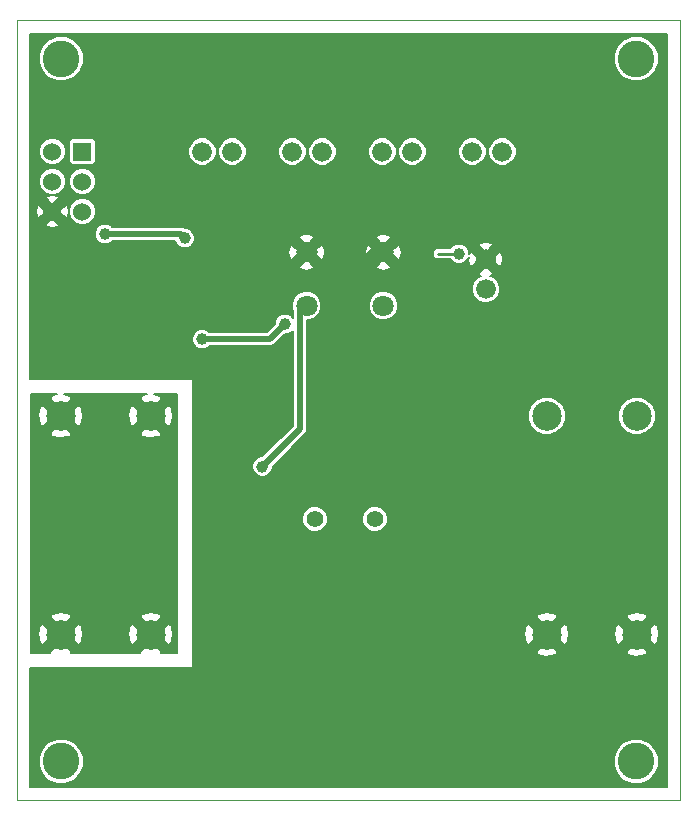
<source format=gbr>
%FSLAX46Y46*%
G04 Gerber Fmt 4.6, Leading zero omitted, Abs format (unit mm)*
G04 Created by KiCad (PCBNEW (2014-09-18 BZR 5141)-product) date Mon 13 Oct 2014 02:33:10 PM EEST*
%MOMM*%
G01*
G04 APERTURE LIST*
%ADD10C,0.150000*%
%ADD11C,0.100000*%
%ADD12C,2.500000*%
%ADD13C,1.800000*%
%ADD14C,3.100000*%
%ADD15R,1.524000X1.524000*%
%ADD16C,1.524000*%
%ADD17C,1.676400*%
%ADD18C,1.422400*%
%ADD19C,1.000000*%
%ADD20C,0.254000*%
%ADD21C,0.508000*%
%ADD22C,0.203200*%
G04 APERTURE END LIST*
D10*
D11*
X89090000Y-67000000D02*
X89090000Y-133000000D01*
X145225000Y-67000000D02*
X89090000Y-67000000D01*
X145225000Y-133000000D02*
X145225000Y-67000000D01*
X89090000Y-133000000D02*
X145225000Y-133000000D01*
D12*
X133922500Y-100500000D03*
X141542500Y-100500000D03*
X92772500Y-100500000D03*
X100392500Y-100500000D03*
D13*
X113590000Y-91150000D03*
X113590000Y-86650000D03*
X120090000Y-91150000D03*
X120090000Y-86650000D03*
D14*
X92800000Y-129750000D03*
X141500000Y-129750000D03*
X92800000Y-70250000D03*
X141500000Y-70250000D03*
D15*
X94615000Y-78105000D03*
D16*
X92075000Y-78105000D03*
X94615000Y-80645000D03*
X92075000Y-80645000D03*
X94615000Y-83185000D03*
X92075000Y-83185000D03*
D17*
X128750000Y-89770000D03*
X128750000Y-87230000D03*
X107315000Y-78105000D03*
X104775000Y-78105000D03*
X114935000Y-78105000D03*
X112395000Y-78105000D03*
X122555000Y-78105000D03*
X120015000Y-78105000D03*
X130175000Y-78105000D03*
X127635000Y-78105000D03*
D18*
X114300000Y-109220000D03*
X119380000Y-109220000D03*
D12*
X100392500Y-119000000D03*
X92772500Y-119000000D03*
X141542500Y-119000000D03*
X133922500Y-119000000D03*
D19*
X126500000Y-86750000D03*
X96520000Y-85090000D03*
X103290422Y-85459578D03*
X111760000Y-92710000D03*
X104750000Y-94000000D03*
X109855000Y-104775000D03*
X134500000Y-89000000D03*
X136000000Y-89000000D03*
X137500000Y-89000000D03*
X139000000Y-89000000D03*
X111250000Y-86750000D03*
X108000000Y-99250000D03*
X108000000Y-97750000D03*
X114750000Y-117500000D03*
X113250000Y-117500000D03*
X120250000Y-117500000D03*
X118500000Y-117500000D03*
X120000000Y-107500000D03*
X120750000Y-106000000D03*
X120750000Y-104250000D03*
X91250000Y-85250000D03*
X92500000Y-86000000D03*
X94250000Y-86500000D03*
X109220000Y-91948000D03*
X119380000Y-94615000D03*
D20*
X124750000Y-86750000D02*
X126500000Y-86750000D01*
D21*
X96520000Y-85090000D02*
X102920844Y-85090000D01*
X102920844Y-85090000D02*
X103290422Y-85459578D01*
X113030000Y-101600000D02*
X113030000Y-91440000D01*
X109855000Y-104775000D02*
X113030000Y-101600000D01*
X110470000Y-94000000D02*
X105457106Y-94000000D01*
X111760000Y-92710000D02*
X110470000Y-94000000D01*
X105457106Y-94000000D02*
X104750000Y-94000000D01*
D20*
X136000000Y-89000000D02*
X134500000Y-89000000D01*
X139000000Y-89000000D02*
X137500000Y-89000000D01*
X108000000Y-97750000D02*
X108000000Y-99250000D01*
X113250000Y-117500000D02*
X114750000Y-117500000D01*
X118500000Y-117500000D02*
X120250000Y-117500000D01*
X120750000Y-104250000D02*
X120750000Y-106000000D01*
X92075000Y-83185000D02*
X92065000Y-83185000D01*
X92065000Y-83185000D02*
X91000000Y-84250000D01*
X91000000Y-84250000D02*
X91000000Y-85000000D01*
X91000000Y-85000000D02*
X91250000Y-85250000D01*
X92500000Y-86000000D02*
X93000000Y-86500000D01*
X93000000Y-86500000D02*
X94250000Y-86500000D01*
D21*
X120650000Y-86360000D02*
X119380000Y-86360000D01*
X118110000Y-93345000D02*
X119380000Y-94615000D01*
X118110000Y-87630000D02*
X118110000Y-93345000D01*
X119380000Y-86360000D02*
X118110000Y-87630000D01*
D22*
G36*
X144123400Y-131898400D02*
X143437990Y-131898400D01*
X143437990Y-119045346D01*
X143405930Y-118861263D01*
X143405930Y-69872616D01*
X143116431Y-69171974D01*
X142580845Y-68635453D01*
X141880710Y-68344731D01*
X141122616Y-68344070D01*
X140421974Y-68633569D01*
X139885453Y-69169155D01*
X139594731Y-69869290D01*
X139594070Y-70627384D01*
X139883569Y-71328026D01*
X140419155Y-71864547D01*
X141119290Y-72155269D01*
X141877384Y-72155930D01*
X142578026Y-71866431D01*
X143114547Y-71330845D01*
X143405269Y-70630710D01*
X143405930Y-69872616D01*
X143405930Y-118861263D01*
X143311057Y-118316522D01*
X143276351Y-118232733D01*
X143148379Y-118155824D01*
X143148379Y-100182027D01*
X142904455Y-99591689D01*
X142453187Y-99139632D01*
X141863275Y-98894679D01*
X141224527Y-98894121D01*
X140634189Y-99138045D01*
X140182132Y-99589313D01*
X139937179Y-100179225D01*
X139936621Y-100817973D01*
X140180545Y-101408311D01*
X140631813Y-101860368D01*
X141221725Y-102105321D01*
X141860473Y-102105879D01*
X142450811Y-101861955D01*
X142902868Y-101410687D01*
X143147821Y-100820775D01*
X143148379Y-100182027D01*
X143148379Y-118155824D01*
X143024530Y-118081393D01*
X142461107Y-118644816D01*
X142461107Y-117517970D01*
X142309767Y-117266149D01*
X141587846Y-117104510D01*
X140859022Y-117231443D01*
X140775233Y-117266149D01*
X140623893Y-117517970D01*
X141542500Y-118436577D01*
X142461107Y-117517970D01*
X142461107Y-118644816D01*
X142105923Y-119000000D01*
X143024530Y-119918607D01*
X143276351Y-119767267D01*
X143437990Y-119045346D01*
X143437990Y-131898400D01*
X143405930Y-131898400D01*
X143405930Y-129372616D01*
X143116431Y-128671974D01*
X142580845Y-128135453D01*
X142461107Y-128085733D01*
X142461107Y-120482030D01*
X141542500Y-119563423D01*
X140979077Y-120126846D01*
X140979077Y-119000000D01*
X140060470Y-118081393D01*
X139808649Y-118232733D01*
X139647010Y-118954654D01*
X139773943Y-119683478D01*
X139808649Y-119767267D01*
X140060470Y-119918607D01*
X140979077Y-119000000D01*
X140979077Y-120126846D01*
X140623893Y-120482030D01*
X140775233Y-120733851D01*
X141497154Y-120895490D01*
X142225978Y-120768557D01*
X142309767Y-120733851D01*
X142461107Y-120482030D01*
X142461107Y-128085733D01*
X141880710Y-127844731D01*
X141122616Y-127844070D01*
X140421974Y-128133569D01*
X139885453Y-128669155D01*
X139594731Y-129369290D01*
X139594070Y-130127384D01*
X139883569Y-130828026D01*
X140419155Y-131364547D01*
X141119290Y-131655269D01*
X141877384Y-131655930D01*
X142578026Y-131366431D01*
X143114547Y-130830845D01*
X143405269Y-130130710D01*
X143405930Y-129372616D01*
X143405930Y-131898400D01*
X135817990Y-131898400D01*
X135817990Y-119045346D01*
X135691057Y-118316522D01*
X135656351Y-118232733D01*
X135528379Y-118155824D01*
X135528379Y-100182027D01*
X135284455Y-99591689D01*
X134833187Y-99139632D01*
X134243275Y-98894679D01*
X133604527Y-98894121D01*
X133014189Y-99138045D01*
X132562132Y-99589313D01*
X132317179Y-100179225D01*
X132316621Y-100817973D01*
X132560545Y-101408311D01*
X133011813Y-101860368D01*
X133601725Y-102105321D01*
X134240473Y-102105879D01*
X134830811Y-101861955D01*
X135282868Y-101410687D01*
X135527821Y-100820775D01*
X135528379Y-100182027D01*
X135528379Y-118155824D01*
X135404530Y-118081393D01*
X134841107Y-118644816D01*
X134841107Y-117517970D01*
X134689767Y-117266149D01*
X133967846Y-117104510D01*
X133239022Y-117231443D01*
X133155233Y-117266149D01*
X133003893Y-117517970D01*
X133922500Y-118436577D01*
X134841107Y-117517970D01*
X134841107Y-118644816D01*
X134485923Y-119000000D01*
X135404530Y-119918607D01*
X135656351Y-119767267D01*
X135817990Y-119045346D01*
X135817990Y-131898400D01*
X134841107Y-131898400D01*
X134841107Y-120482030D01*
X133922500Y-119563423D01*
X133359077Y-120126846D01*
X133359077Y-119000000D01*
X132440470Y-118081393D01*
X132188649Y-118232733D01*
X132027010Y-118954654D01*
X132153943Y-119683478D01*
X132188649Y-119767267D01*
X132440470Y-119918607D01*
X133359077Y-119000000D01*
X133359077Y-120126846D01*
X133003893Y-120482030D01*
X133155233Y-120733851D01*
X133877154Y-120895490D01*
X134605978Y-120768557D01*
X134689767Y-120733851D01*
X134841107Y-120482030D01*
X134841107Y-131898400D01*
X131369007Y-131898400D01*
X131369007Y-77868580D01*
X131187645Y-77429650D01*
X130852116Y-77093536D01*
X130413503Y-76911408D01*
X129938580Y-76910993D01*
X129499650Y-77092355D01*
X129163536Y-77427884D01*
X128981408Y-77866497D01*
X128980993Y-78341420D01*
X129162355Y-78780350D01*
X129497884Y-79116464D01*
X129936497Y-79298592D01*
X130411420Y-79299007D01*
X130850350Y-79117645D01*
X131186464Y-78782116D01*
X131368592Y-78343503D01*
X131369007Y-77868580D01*
X131369007Y-131898400D01*
X130225117Y-131898400D01*
X130225117Y-87174424D01*
X130134099Y-86716843D01*
X129924356Y-86619067D01*
X129360933Y-87182490D01*
X129360933Y-86055644D01*
X129263157Y-85845901D01*
X128829007Y-85776421D01*
X128829007Y-77868580D01*
X128647645Y-77429650D01*
X128312116Y-77093536D01*
X127873503Y-76911408D01*
X127398580Y-76910993D01*
X126959650Y-77092355D01*
X126623536Y-77427884D01*
X126441408Y-77866497D01*
X126440993Y-78341420D01*
X126622355Y-78780350D01*
X126957884Y-79116464D01*
X127396497Y-79298592D01*
X127871420Y-79299007D01*
X128310350Y-79117645D01*
X128646464Y-78782116D01*
X128828592Y-78343503D01*
X128829007Y-77868580D01*
X128829007Y-85776421D01*
X128694424Y-85754883D01*
X128236843Y-85845901D01*
X128139067Y-86055644D01*
X128750000Y-86666577D01*
X129360933Y-86055644D01*
X129360933Y-87182490D01*
X129313423Y-87230000D01*
X129924356Y-87840933D01*
X130134099Y-87743157D01*
X130225117Y-87174424D01*
X130225117Y-131898400D01*
X129944007Y-131898400D01*
X129944007Y-89533580D01*
X129762645Y-89094650D01*
X129427116Y-88758536D01*
X129138829Y-88638829D01*
X129263157Y-88614099D01*
X129360933Y-88404356D01*
X128750000Y-87793423D01*
X128186577Y-88356846D01*
X128186577Y-87230000D01*
X127575644Y-86619067D01*
X127365901Y-86716843D01*
X127355572Y-86781379D01*
X127355748Y-86580557D01*
X127225765Y-86265975D01*
X126985291Y-86025081D01*
X126670936Y-85894549D01*
X126330557Y-85894252D01*
X126015975Y-86024235D01*
X125775081Y-86264709D01*
X125773963Y-86267400D01*
X124750000Y-86267400D01*
X124565317Y-86304136D01*
X124408750Y-86408750D01*
X124304136Y-86565317D01*
X124267400Y-86750000D01*
X124304136Y-86934683D01*
X124408750Y-87091250D01*
X124565317Y-87195864D01*
X124750000Y-87232600D01*
X125773646Y-87232600D01*
X125774235Y-87234025D01*
X126014709Y-87474919D01*
X126329064Y-87605451D01*
X126669443Y-87605748D01*
X126984025Y-87475765D01*
X127224919Y-87235291D01*
X127319309Y-87007974D01*
X127274883Y-87285576D01*
X127365901Y-87743157D01*
X127575644Y-87840933D01*
X128186577Y-87230000D01*
X128186577Y-88356846D01*
X128139067Y-88404356D01*
X128236843Y-88614099D01*
X128369843Y-88635383D01*
X128074650Y-88757355D01*
X127738536Y-89092884D01*
X127556408Y-89531497D01*
X127555993Y-90006420D01*
X127737355Y-90445350D01*
X128072884Y-90781464D01*
X128511497Y-90963592D01*
X128986420Y-90964007D01*
X129425350Y-90782645D01*
X129761464Y-90447116D01*
X129943592Y-90008503D01*
X129944007Y-89533580D01*
X129944007Y-131898400D01*
X123749007Y-131898400D01*
X123749007Y-77868580D01*
X123567645Y-77429650D01*
X123232116Y-77093536D01*
X122793503Y-76911408D01*
X122318580Y-76910993D01*
X121879650Y-77092355D01*
X121543536Y-77427884D01*
X121361408Y-77866497D01*
X121360993Y-78341420D01*
X121542355Y-78780350D01*
X121877884Y-79116464D01*
X122316497Y-79298592D01*
X122791420Y-79299007D01*
X123230350Y-79117645D01*
X123566464Y-78782116D01*
X123748592Y-78343503D01*
X123749007Y-77868580D01*
X123749007Y-131898400D01*
X121628647Y-131898400D01*
X121628647Y-86609676D01*
X121526956Y-86098440D01*
X121310973Y-85992450D01*
X121209007Y-86094416D01*
X121209007Y-77868580D01*
X121027645Y-77429650D01*
X120692116Y-77093536D01*
X120253503Y-76911408D01*
X119778580Y-76910993D01*
X119339650Y-77092355D01*
X119003536Y-77427884D01*
X118821408Y-77866497D01*
X118820993Y-78341420D01*
X119002355Y-78780350D01*
X119337884Y-79116464D01*
X119776497Y-79298592D01*
X120251420Y-79299007D01*
X120690350Y-79117645D01*
X121026464Y-78782116D01*
X121208592Y-78343503D01*
X121209007Y-77868580D01*
X121209007Y-86094416D01*
X120747550Y-86555873D01*
X120747550Y-85429027D01*
X120641560Y-85213044D01*
X120049676Y-85111353D01*
X119538440Y-85213044D01*
X119432450Y-85429027D01*
X120090000Y-86086577D01*
X120747550Y-85429027D01*
X120747550Y-86555873D01*
X120653423Y-86650000D01*
X121310973Y-87307550D01*
X121526956Y-87201560D01*
X121628647Y-86609676D01*
X121628647Y-131898400D01*
X121345818Y-131898400D01*
X121345818Y-90901341D01*
X121155067Y-90439689D01*
X120802169Y-90086175D01*
X120747550Y-90063495D01*
X120747550Y-87870973D01*
X120090000Y-87213423D01*
X119526577Y-87776846D01*
X119526577Y-86650000D01*
X118869027Y-85992450D01*
X118653044Y-86098440D01*
X118551353Y-86690324D01*
X118653044Y-87201560D01*
X118869027Y-87307550D01*
X119526577Y-86650000D01*
X119526577Y-87776846D01*
X119432450Y-87870973D01*
X119538440Y-88086956D01*
X120130324Y-88188647D01*
X120641560Y-88086956D01*
X120747550Y-87870973D01*
X120747550Y-90063495D01*
X120340850Y-89894618D01*
X119841341Y-89894182D01*
X119379689Y-90084933D01*
X119026175Y-90437831D01*
X118834618Y-90899150D01*
X118834182Y-91398659D01*
X119024933Y-91860311D01*
X119377831Y-92213825D01*
X119839150Y-92405382D01*
X120338659Y-92405818D01*
X120800311Y-92215067D01*
X121153825Y-91862169D01*
X121345382Y-91400850D01*
X121345818Y-90901341D01*
X121345818Y-131898400D01*
X120446985Y-131898400D01*
X120446985Y-109008731D01*
X120284916Y-108616496D01*
X119985083Y-108316138D01*
X119593131Y-108153385D01*
X119168731Y-108153015D01*
X118776496Y-108315084D01*
X118476138Y-108614917D01*
X118313385Y-109006869D01*
X118313015Y-109431269D01*
X118475084Y-109823504D01*
X118774917Y-110123862D01*
X119166869Y-110286615D01*
X119591269Y-110286985D01*
X119983504Y-110124916D01*
X120283862Y-109825083D01*
X120446615Y-109433131D01*
X120446985Y-109008731D01*
X120446985Y-131898400D01*
X116129007Y-131898400D01*
X116129007Y-77868580D01*
X115947645Y-77429650D01*
X115612116Y-77093536D01*
X115173503Y-76911408D01*
X114698580Y-76910993D01*
X114259650Y-77092355D01*
X113923536Y-77427884D01*
X113741408Y-77866497D01*
X113740993Y-78341420D01*
X113922355Y-78780350D01*
X114257884Y-79116464D01*
X114696497Y-79298592D01*
X115171420Y-79299007D01*
X115610350Y-79117645D01*
X115946464Y-78782116D01*
X116128592Y-78343503D01*
X116129007Y-77868580D01*
X116129007Y-131898400D01*
X115366985Y-131898400D01*
X115366985Y-109008731D01*
X115204916Y-108616496D01*
X115128647Y-108540093D01*
X115128647Y-86609676D01*
X115026956Y-86098440D01*
X114810973Y-85992450D01*
X114247550Y-86555873D01*
X114247550Y-85429027D01*
X114141560Y-85213044D01*
X113589007Y-85118110D01*
X113589007Y-77868580D01*
X113407645Y-77429650D01*
X113072116Y-77093536D01*
X112633503Y-76911408D01*
X112158580Y-76910993D01*
X111719650Y-77092355D01*
X111383536Y-77427884D01*
X111201408Y-77866497D01*
X111200993Y-78341420D01*
X111382355Y-78780350D01*
X111717884Y-79116464D01*
X112156497Y-79298592D01*
X112631420Y-79299007D01*
X113070350Y-79117645D01*
X113406464Y-78782116D01*
X113588592Y-78343503D01*
X113589007Y-77868580D01*
X113589007Y-85118110D01*
X113549676Y-85111353D01*
X113038440Y-85213044D01*
X112932450Y-85429027D01*
X113590000Y-86086577D01*
X114247550Y-85429027D01*
X114247550Y-86555873D01*
X114153423Y-86650000D01*
X114810973Y-87307550D01*
X115026956Y-87201560D01*
X115128647Y-86609676D01*
X115128647Y-108540093D01*
X114905083Y-108316138D01*
X114845818Y-108291528D01*
X114845818Y-90901341D01*
X114655067Y-90439689D01*
X114302169Y-90086175D01*
X114247550Y-90063495D01*
X114247550Y-87870973D01*
X113590000Y-87213423D01*
X113026577Y-87776846D01*
X113026577Y-86650000D01*
X112369027Y-85992450D01*
X112153044Y-86098440D01*
X112051353Y-86690324D01*
X112153044Y-87201560D01*
X112369027Y-87307550D01*
X113026577Y-86650000D01*
X113026577Y-87776846D01*
X112932450Y-87870973D01*
X113038440Y-88086956D01*
X113630324Y-88188647D01*
X114141560Y-88086956D01*
X114247550Y-87870973D01*
X114247550Y-90063495D01*
X113840850Y-89894618D01*
X113341341Y-89894182D01*
X112879689Y-90084933D01*
X112526175Y-90437831D01*
X112334618Y-90899150D01*
X112334182Y-91398659D01*
X112420400Y-91607322D01*
X112420400Y-92160495D01*
X112245291Y-91985081D01*
X111930936Y-91854549D01*
X111590557Y-91854252D01*
X111275975Y-91984235D01*
X111035081Y-92224709D01*
X110904549Y-92539064D01*
X110904405Y-92703489D01*
X110217495Y-93390400D01*
X108509007Y-93390400D01*
X108509007Y-77868580D01*
X108327645Y-77429650D01*
X107992116Y-77093536D01*
X107553503Y-76911408D01*
X107078580Y-76910993D01*
X106639650Y-77092355D01*
X106303536Y-77427884D01*
X106121408Y-77866497D01*
X106120993Y-78341420D01*
X106302355Y-78780350D01*
X106637884Y-79116464D01*
X107076497Y-79298592D01*
X107551420Y-79299007D01*
X107990350Y-79117645D01*
X108326464Y-78782116D01*
X108508592Y-78343503D01*
X108509007Y-77868580D01*
X108509007Y-93390400D01*
X105969007Y-93390400D01*
X105969007Y-77868580D01*
X105787645Y-77429650D01*
X105452116Y-77093536D01*
X105013503Y-76911408D01*
X104538580Y-76910993D01*
X104099650Y-77092355D01*
X103763536Y-77427884D01*
X103581408Y-77866497D01*
X103580993Y-78341420D01*
X103762355Y-78780350D01*
X104097884Y-79116464D01*
X104536497Y-79298592D01*
X105011420Y-79299007D01*
X105450350Y-79117645D01*
X105786464Y-78782116D01*
X105968592Y-78343503D01*
X105969007Y-77868580D01*
X105969007Y-93390400D01*
X105457106Y-93390400D01*
X105350408Y-93390400D01*
X105235291Y-93275081D01*
X104920936Y-93144549D01*
X104580557Y-93144252D01*
X104265975Y-93274235D01*
X104146170Y-93393831D01*
X104146170Y-85290135D01*
X104016187Y-84975553D01*
X103775713Y-84734659D01*
X103461358Y-84604127D01*
X103269600Y-84603959D01*
X103154128Y-84526803D01*
X102920844Y-84480400D01*
X97120408Y-84480400D01*
X97005291Y-84365081D01*
X96690936Y-84234549D01*
X96350557Y-84234252D01*
X96035975Y-84364235D01*
X95795081Y-84604709D01*
X95732793Y-84754714D01*
X95732793Y-82963671D01*
X95732793Y-80423671D01*
X95732600Y-80423203D01*
X95732600Y-78937733D01*
X95732600Y-78796267D01*
X95732600Y-77272267D01*
X95678463Y-77141569D01*
X95578431Y-77041537D01*
X95447733Y-76987400D01*
X95306267Y-76987400D01*
X94705930Y-76987400D01*
X94705930Y-69872616D01*
X94416431Y-69171974D01*
X93880845Y-68635453D01*
X93180710Y-68344731D01*
X92422616Y-68344070D01*
X91721974Y-68633569D01*
X91185453Y-69169155D01*
X90894731Y-69869290D01*
X90894070Y-70627384D01*
X91183569Y-71328026D01*
X91719155Y-71864547D01*
X92419290Y-72155269D01*
X93177384Y-72155930D01*
X93878026Y-71866431D01*
X94414547Y-71330845D01*
X94705269Y-70630710D01*
X94705930Y-69872616D01*
X94705930Y-76987400D01*
X93782267Y-76987400D01*
X93651569Y-77041537D01*
X93551537Y-77141569D01*
X93497400Y-77272267D01*
X93497400Y-77413733D01*
X93497400Y-78937733D01*
X93551537Y-79068431D01*
X93651569Y-79168463D01*
X93782267Y-79222600D01*
X93923733Y-79222600D01*
X95447733Y-79222600D01*
X95578431Y-79168463D01*
X95678463Y-79068431D01*
X95732600Y-78937733D01*
X95732600Y-80423203D01*
X95563008Y-80012758D01*
X95248896Y-79698097D01*
X94838280Y-79527594D01*
X94393671Y-79527207D01*
X93982758Y-79696992D01*
X93668097Y-80011104D01*
X93497594Y-80421720D01*
X93497207Y-80866329D01*
X93666992Y-81277242D01*
X93981104Y-81591903D01*
X94391720Y-81762406D01*
X94836329Y-81762793D01*
X95247242Y-81593008D01*
X95561903Y-81278896D01*
X95732406Y-80868280D01*
X95732793Y-80423671D01*
X95732793Y-82963671D01*
X95563008Y-82552758D01*
X95248896Y-82238097D01*
X94838280Y-82067594D01*
X94393671Y-82067207D01*
X93982758Y-82236992D01*
X93668097Y-82551104D01*
X93497594Y-82961720D01*
X93497207Y-83406329D01*
X93666992Y-83817242D01*
X93981104Y-84131903D01*
X94391720Y-84302406D01*
X94836329Y-84302793D01*
X95247242Y-84133008D01*
X95561903Y-83818896D01*
X95732406Y-83408280D01*
X95732793Y-82963671D01*
X95732793Y-84754714D01*
X95664549Y-84919064D01*
X95664252Y-85259443D01*
X95794235Y-85574025D01*
X96034709Y-85814919D01*
X96349064Y-85945451D01*
X96689443Y-85945748D01*
X97004025Y-85815765D01*
X97120392Y-85699600D01*
X102463836Y-85699600D01*
X102564657Y-85943603D01*
X102805131Y-86184497D01*
X103119486Y-86315029D01*
X103459865Y-86315326D01*
X103774447Y-86185343D01*
X104015341Y-85944869D01*
X104145873Y-85630514D01*
X104146170Y-85290135D01*
X104146170Y-93393831D01*
X104025081Y-93514709D01*
X103894549Y-93829064D01*
X103894252Y-94169443D01*
X104024235Y-94484025D01*
X104264709Y-94724919D01*
X104579064Y-94855451D01*
X104919443Y-94855748D01*
X105234025Y-94725765D01*
X105350392Y-94609600D01*
X105457106Y-94609600D01*
X110470000Y-94609600D01*
X110703284Y-94563197D01*
X110901052Y-94431052D01*
X111766498Y-93565605D01*
X111929443Y-93565748D01*
X112244025Y-93435765D01*
X112420400Y-93259697D01*
X112420400Y-101347496D01*
X109848501Y-103919394D01*
X109685557Y-103919252D01*
X109370975Y-104049235D01*
X109130081Y-104289709D01*
X108999549Y-104604064D01*
X108999252Y-104944443D01*
X109129235Y-105259025D01*
X109369709Y-105499919D01*
X109684064Y-105630451D01*
X110024443Y-105630748D01*
X110339025Y-105500765D01*
X110579919Y-105260291D01*
X110710451Y-104945936D01*
X110710594Y-104781509D01*
X113461052Y-102031052D01*
X113593197Y-101833284D01*
X113639600Y-101600000D01*
X113639600Y-92405644D01*
X113838659Y-92405818D01*
X114300311Y-92215067D01*
X114653825Y-91862169D01*
X114845382Y-91400850D01*
X114845818Y-90901341D01*
X114845818Y-108291528D01*
X114513131Y-108153385D01*
X114088731Y-108153015D01*
X113696496Y-108315084D01*
X113396138Y-108614917D01*
X113233385Y-109006869D01*
X113233015Y-109431269D01*
X113395084Y-109823504D01*
X113694917Y-110123862D01*
X114086869Y-110286615D01*
X114511269Y-110286985D01*
X114903504Y-110124916D01*
X115203862Y-109825083D01*
X115366615Y-109433131D01*
X115366985Y-109008731D01*
X115366985Y-131898400D01*
X94705930Y-131898400D01*
X94705930Y-129372616D01*
X94416431Y-128671974D01*
X93880845Y-128135453D01*
X93180710Y-127844731D01*
X92422616Y-127844070D01*
X91721974Y-128133569D01*
X91185453Y-128669155D01*
X90894731Y-129369290D01*
X90894070Y-130127384D01*
X91183569Y-130828026D01*
X91719155Y-131364547D01*
X92419290Y-131655269D01*
X93177384Y-131655930D01*
X93878026Y-131366431D01*
X94414547Y-130830845D01*
X94705269Y-130130710D01*
X94705930Y-129372616D01*
X94705930Y-131898400D01*
X90191600Y-131898400D01*
X90191600Y-121866600D01*
X103971600Y-121866600D01*
X103971600Y-97323400D01*
X93472336Y-97323400D01*
X93472336Y-83128644D01*
X93387536Y-82702329D01*
X93192793Y-82619529D01*
X93192793Y-80423671D01*
X93192793Y-77883671D01*
X93023008Y-77472758D01*
X92708896Y-77158097D01*
X92298280Y-76987594D01*
X91853671Y-76987207D01*
X91442758Y-77156992D01*
X91128097Y-77471104D01*
X90957594Y-77881720D01*
X90957207Y-78326329D01*
X91126992Y-78737242D01*
X91441104Y-79051903D01*
X91851720Y-79222406D01*
X92296329Y-79222793D01*
X92707242Y-79053008D01*
X93021903Y-78738896D01*
X93192406Y-78328280D01*
X93192793Y-77883671D01*
X93192793Y-80423671D01*
X93023008Y-80012758D01*
X92708896Y-79698097D01*
X92298280Y-79527594D01*
X91853671Y-79527207D01*
X91442758Y-79696992D01*
X91128097Y-80011104D01*
X90957594Y-80421720D01*
X90957207Y-80866329D01*
X91126992Y-81277242D01*
X91441104Y-81591903D01*
X91851720Y-81762406D01*
X92296329Y-81762793D01*
X92707242Y-81593008D01*
X93021903Y-81278896D01*
X93192406Y-80868280D01*
X93192793Y-80423671D01*
X93192793Y-82619529D01*
X93183316Y-82615500D01*
X92644500Y-83154315D01*
X92644500Y-82076684D01*
X92557671Y-81872464D01*
X92018644Y-81787664D01*
X91592329Y-81872464D01*
X91505500Y-82076684D01*
X92075000Y-82646185D01*
X92644500Y-82076684D01*
X92644500Y-83154315D01*
X92613815Y-83185000D01*
X93183316Y-83754500D01*
X93387536Y-83667671D01*
X93472336Y-83128644D01*
X93472336Y-97323400D01*
X92644500Y-97323400D01*
X92644500Y-84293316D01*
X92075000Y-83723815D01*
X91536185Y-84262630D01*
X91536185Y-83185000D01*
X90966684Y-82615500D01*
X90762464Y-82702329D01*
X90677664Y-83241356D01*
X90762464Y-83667671D01*
X90966684Y-83754500D01*
X91536185Y-83185000D01*
X91536185Y-84262630D01*
X91505500Y-84293316D01*
X91592329Y-84497536D01*
X92131356Y-84582336D01*
X92557671Y-84497536D01*
X92644500Y-84293316D01*
X92644500Y-97323400D01*
X90191600Y-97323400D01*
X90191600Y-68126600D01*
X144123400Y-68126600D01*
X144123400Y-131898400D01*
X144123400Y-131898400D01*
G37*
X144123400Y-131898400D02*
X143437990Y-131898400D01*
X143437990Y-119045346D01*
X143405930Y-118861263D01*
X143405930Y-69872616D01*
X143116431Y-69171974D01*
X142580845Y-68635453D01*
X141880710Y-68344731D01*
X141122616Y-68344070D01*
X140421974Y-68633569D01*
X139885453Y-69169155D01*
X139594731Y-69869290D01*
X139594070Y-70627384D01*
X139883569Y-71328026D01*
X140419155Y-71864547D01*
X141119290Y-72155269D01*
X141877384Y-72155930D01*
X142578026Y-71866431D01*
X143114547Y-71330845D01*
X143405269Y-70630710D01*
X143405930Y-69872616D01*
X143405930Y-118861263D01*
X143311057Y-118316522D01*
X143276351Y-118232733D01*
X143148379Y-118155824D01*
X143148379Y-100182027D01*
X142904455Y-99591689D01*
X142453187Y-99139632D01*
X141863275Y-98894679D01*
X141224527Y-98894121D01*
X140634189Y-99138045D01*
X140182132Y-99589313D01*
X139937179Y-100179225D01*
X139936621Y-100817973D01*
X140180545Y-101408311D01*
X140631813Y-101860368D01*
X141221725Y-102105321D01*
X141860473Y-102105879D01*
X142450811Y-101861955D01*
X142902868Y-101410687D01*
X143147821Y-100820775D01*
X143148379Y-100182027D01*
X143148379Y-118155824D01*
X143024530Y-118081393D01*
X142461107Y-118644816D01*
X142461107Y-117517970D01*
X142309767Y-117266149D01*
X141587846Y-117104510D01*
X140859022Y-117231443D01*
X140775233Y-117266149D01*
X140623893Y-117517970D01*
X141542500Y-118436577D01*
X142461107Y-117517970D01*
X142461107Y-118644816D01*
X142105923Y-119000000D01*
X143024530Y-119918607D01*
X143276351Y-119767267D01*
X143437990Y-119045346D01*
X143437990Y-131898400D01*
X143405930Y-131898400D01*
X143405930Y-129372616D01*
X143116431Y-128671974D01*
X142580845Y-128135453D01*
X142461107Y-128085733D01*
X142461107Y-120482030D01*
X141542500Y-119563423D01*
X140979077Y-120126846D01*
X140979077Y-119000000D01*
X140060470Y-118081393D01*
X139808649Y-118232733D01*
X139647010Y-118954654D01*
X139773943Y-119683478D01*
X139808649Y-119767267D01*
X140060470Y-119918607D01*
X140979077Y-119000000D01*
X140979077Y-120126846D01*
X140623893Y-120482030D01*
X140775233Y-120733851D01*
X141497154Y-120895490D01*
X142225978Y-120768557D01*
X142309767Y-120733851D01*
X142461107Y-120482030D01*
X142461107Y-128085733D01*
X141880710Y-127844731D01*
X141122616Y-127844070D01*
X140421974Y-128133569D01*
X139885453Y-128669155D01*
X139594731Y-129369290D01*
X139594070Y-130127384D01*
X139883569Y-130828026D01*
X140419155Y-131364547D01*
X141119290Y-131655269D01*
X141877384Y-131655930D01*
X142578026Y-131366431D01*
X143114547Y-130830845D01*
X143405269Y-130130710D01*
X143405930Y-129372616D01*
X143405930Y-131898400D01*
X135817990Y-131898400D01*
X135817990Y-119045346D01*
X135691057Y-118316522D01*
X135656351Y-118232733D01*
X135528379Y-118155824D01*
X135528379Y-100182027D01*
X135284455Y-99591689D01*
X134833187Y-99139632D01*
X134243275Y-98894679D01*
X133604527Y-98894121D01*
X133014189Y-99138045D01*
X132562132Y-99589313D01*
X132317179Y-100179225D01*
X132316621Y-100817973D01*
X132560545Y-101408311D01*
X133011813Y-101860368D01*
X133601725Y-102105321D01*
X134240473Y-102105879D01*
X134830811Y-101861955D01*
X135282868Y-101410687D01*
X135527821Y-100820775D01*
X135528379Y-100182027D01*
X135528379Y-118155824D01*
X135404530Y-118081393D01*
X134841107Y-118644816D01*
X134841107Y-117517970D01*
X134689767Y-117266149D01*
X133967846Y-117104510D01*
X133239022Y-117231443D01*
X133155233Y-117266149D01*
X133003893Y-117517970D01*
X133922500Y-118436577D01*
X134841107Y-117517970D01*
X134841107Y-118644816D01*
X134485923Y-119000000D01*
X135404530Y-119918607D01*
X135656351Y-119767267D01*
X135817990Y-119045346D01*
X135817990Y-131898400D01*
X134841107Y-131898400D01*
X134841107Y-120482030D01*
X133922500Y-119563423D01*
X133359077Y-120126846D01*
X133359077Y-119000000D01*
X132440470Y-118081393D01*
X132188649Y-118232733D01*
X132027010Y-118954654D01*
X132153943Y-119683478D01*
X132188649Y-119767267D01*
X132440470Y-119918607D01*
X133359077Y-119000000D01*
X133359077Y-120126846D01*
X133003893Y-120482030D01*
X133155233Y-120733851D01*
X133877154Y-120895490D01*
X134605978Y-120768557D01*
X134689767Y-120733851D01*
X134841107Y-120482030D01*
X134841107Y-131898400D01*
X131369007Y-131898400D01*
X131369007Y-77868580D01*
X131187645Y-77429650D01*
X130852116Y-77093536D01*
X130413503Y-76911408D01*
X129938580Y-76910993D01*
X129499650Y-77092355D01*
X129163536Y-77427884D01*
X128981408Y-77866497D01*
X128980993Y-78341420D01*
X129162355Y-78780350D01*
X129497884Y-79116464D01*
X129936497Y-79298592D01*
X130411420Y-79299007D01*
X130850350Y-79117645D01*
X131186464Y-78782116D01*
X131368592Y-78343503D01*
X131369007Y-77868580D01*
X131369007Y-131898400D01*
X130225117Y-131898400D01*
X130225117Y-87174424D01*
X130134099Y-86716843D01*
X129924356Y-86619067D01*
X129360933Y-87182490D01*
X129360933Y-86055644D01*
X129263157Y-85845901D01*
X128829007Y-85776421D01*
X128829007Y-77868580D01*
X128647645Y-77429650D01*
X128312116Y-77093536D01*
X127873503Y-76911408D01*
X127398580Y-76910993D01*
X126959650Y-77092355D01*
X126623536Y-77427884D01*
X126441408Y-77866497D01*
X126440993Y-78341420D01*
X126622355Y-78780350D01*
X126957884Y-79116464D01*
X127396497Y-79298592D01*
X127871420Y-79299007D01*
X128310350Y-79117645D01*
X128646464Y-78782116D01*
X128828592Y-78343503D01*
X128829007Y-77868580D01*
X128829007Y-85776421D01*
X128694424Y-85754883D01*
X128236843Y-85845901D01*
X128139067Y-86055644D01*
X128750000Y-86666577D01*
X129360933Y-86055644D01*
X129360933Y-87182490D01*
X129313423Y-87230000D01*
X129924356Y-87840933D01*
X130134099Y-87743157D01*
X130225117Y-87174424D01*
X130225117Y-131898400D01*
X129944007Y-131898400D01*
X129944007Y-89533580D01*
X129762645Y-89094650D01*
X129427116Y-88758536D01*
X129138829Y-88638829D01*
X129263157Y-88614099D01*
X129360933Y-88404356D01*
X128750000Y-87793423D01*
X128186577Y-88356846D01*
X128186577Y-87230000D01*
X127575644Y-86619067D01*
X127365901Y-86716843D01*
X127355572Y-86781379D01*
X127355748Y-86580557D01*
X127225765Y-86265975D01*
X126985291Y-86025081D01*
X126670936Y-85894549D01*
X126330557Y-85894252D01*
X126015975Y-86024235D01*
X125775081Y-86264709D01*
X125773963Y-86267400D01*
X124750000Y-86267400D01*
X124565317Y-86304136D01*
X124408750Y-86408750D01*
X124304136Y-86565317D01*
X124267400Y-86750000D01*
X124304136Y-86934683D01*
X124408750Y-87091250D01*
X124565317Y-87195864D01*
X124750000Y-87232600D01*
X125773646Y-87232600D01*
X125774235Y-87234025D01*
X126014709Y-87474919D01*
X126329064Y-87605451D01*
X126669443Y-87605748D01*
X126984025Y-87475765D01*
X127224919Y-87235291D01*
X127319309Y-87007974D01*
X127274883Y-87285576D01*
X127365901Y-87743157D01*
X127575644Y-87840933D01*
X128186577Y-87230000D01*
X128186577Y-88356846D01*
X128139067Y-88404356D01*
X128236843Y-88614099D01*
X128369843Y-88635383D01*
X128074650Y-88757355D01*
X127738536Y-89092884D01*
X127556408Y-89531497D01*
X127555993Y-90006420D01*
X127737355Y-90445350D01*
X128072884Y-90781464D01*
X128511497Y-90963592D01*
X128986420Y-90964007D01*
X129425350Y-90782645D01*
X129761464Y-90447116D01*
X129943592Y-90008503D01*
X129944007Y-89533580D01*
X129944007Y-131898400D01*
X123749007Y-131898400D01*
X123749007Y-77868580D01*
X123567645Y-77429650D01*
X123232116Y-77093536D01*
X122793503Y-76911408D01*
X122318580Y-76910993D01*
X121879650Y-77092355D01*
X121543536Y-77427884D01*
X121361408Y-77866497D01*
X121360993Y-78341420D01*
X121542355Y-78780350D01*
X121877884Y-79116464D01*
X122316497Y-79298592D01*
X122791420Y-79299007D01*
X123230350Y-79117645D01*
X123566464Y-78782116D01*
X123748592Y-78343503D01*
X123749007Y-77868580D01*
X123749007Y-131898400D01*
X121628647Y-131898400D01*
X121628647Y-86609676D01*
X121526956Y-86098440D01*
X121310973Y-85992450D01*
X121209007Y-86094416D01*
X121209007Y-77868580D01*
X121027645Y-77429650D01*
X120692116Y-77093536D01*
X120253503Y-76911408D01*
X119778580Y-76910993D01*
X119339650Y-77092355D01*
X119003536Y-77427884D01*
X118821408Y-77866497D01*
X118820993Y-78341420D01*
X119002355Y-78780350D01*
X119337884Y-79116464D01*
X119776497Y-79298592D01*
X120251420Y-79299007D01*
X120690350Y-79117645D01*
X121026464Y-78782116D01*
X121208592Y-78343503D01*
X121209007Y-77868580D01*
X121209007Y-86094416D01*
X120747550Y-86555873D01*
X120747550Y-85429027D01*
X120641560Y-85213044D01*
X120049676Y-85111353D01*
X119538440Y-85213044D01*
X119432450Y-85429027D01*
X120090000Y-86086577D01*
X120747550Y-85429027D01*
X120747550Y-86555873D01*
X120653423Y-86650000D01*
X121310973Y-87307550D01*
X121526956Y-87201560D01*
X121628647Y-86609676D01*
X121628647Y-131898400D01*
X121345818Y-131898400D01*
X121345818Y-90901341D01*
X121155067Y-90439689D01*
X120802169Y-90086175D01*
X120747550Y-90063495D01*
X120747550Y-87870973D01*
X120090000Y-87213423D01*
X119526577Y-87776846D01*
X119526577Y-86650000D01*
X118869027Y-85992450D01*
X118653044Y-86098440D01*
X118551353Y-86690324D01*
X118653044Y-87201560D01*
X118869027Y-87307550D01*
X119526577Y-86650000D01*
X119526577Y-87776846D01*
X119432450Y-87870973D01*
X119538440Y-88086956D01*
X120130324Y-88188647D01*
X120641560Y-88086956D01*
X120747550Y-87870973D01*
X120747550Y-90063495D01*
X120340850Y-89894618D01*
X119841341Y-89894182D01*
X119379689Y-90084933D01*
X119026175Y-90437831D01*
X118834618Y-90899150D01*
X118834182Y-91398659D01*
X119024933Y-91860311D01*
X119377831Y-92213825D01*
X119839150Y-92405382D01*
X120338659Y-92405818D01*
X120800311Y-92215067D01*
X121153825Y-91862169D01*
X121345382Y-91400850D01*
X121345818Y-90901341D01*
X121345818Y-131898400D01*
X120446985Y-131898400D01*
X120446985Y-109008731D01*
X120284916Y-108616496D01*
X119985083Y-108316138D01*
X119593131Y-108153385D01*
X119168731Y-108153015D01*
X118776496Y-108315084D01*
X118476138Y-108614917D01*
X118313385Y-109006869D01*
X118313015Y-109431269D01*
X118475084Y-109823504D01*
X118774917Y-110123862D01*
X119166869Y-110286615D01*
X119591269Y-110286985D01*
X119983504Y-110124916D01*
X120283862Y-109825083D01*
X120446615Y-109433131D01*
X120446985Y-109008731D01*
X120446985Y-131898400D01*
X116129007Y-131898400D01*
X116129007Y-77868580D01*
X115947645Y-77429650D01*
X115612116Y-77093536D01*
X115173503Y-76911408D01*
X114698580Y-76910993D01*
X114259650Y-77092355D01*
X113923536Y-77427884D01*
X113741408Y-77866497D01*
X113740993Y-78341420D01*
X113922355Y-78780350D01*
X114257884Y-79116464D01*
X114696497Y-79298592D01*
X115171420Y-79299007D01*
X115610350Y-79117645D01*
X115946464Y-78782116D01*
X116128592Y-78343503D01*
X116129007Y-77868580D01*
X116129007Y-131898400D01*
X115366985Y-131898400D01*
X115366985Y-109008731D01*
X115204916Y-108616496D01*
X115128647Y-108540093D01*
X115128647Y-86609676D01*
X115026956Y-86098440D01*
X114810973Y-85992450D01*
X114247550Y-86555873D01*
X114247550Y-85429027D01*
X114141560Y-85213044D01*
X113589007Y-85118110D01*
X113589007Y-77868580D01*
X113407645Y-77429650D01*
X113072116Y-77093536D01*
X112633503Y-76911408D01*
X112158580Y-76910993D01*
X111719650Y-77092355D01*
X111383536Y-77427884D01*
X111201408Y-77866497D01*
X111200993Y-78341420D01*
X111382355Y-78780350D01*
X111717884Y-79116464D01*
X112156497Y-79298592D01*
X112631420Y-79299007D01*
X113070350Y-79117645D01*
X113406464Y-78782116D01*
X113588592Y-78343503D01*
X113589007Y-77868580D01*
X113589007Y-85118110D01*
X113549676Y-85111353D01*
X113038440Y-85213044D01*
X112932450Y-85429027D01*
X113590000Y-86086577D01*
X114247550Y-85429027D01*
X114247550Y-86555873D01*
X114153423Y-86650000D01*
X114810973Y-87307550D01*
X115026956Y-87201560D01*
X115128647Y-86609676D01*
X115128647Y-108540093D01*
X114905083Y-108316138D01*
X114845818Y-108291528D01*
X114845818Y-90901341D01*
X114655067Y-90439689D01*
X114302169Y-90086175D01*
X114247550Y-90063495D01*
X114247550Y-87870973D01*
X113590000Y-87213423D01*
X113026577Y-87776846D01*
X113026577Y-86650000D01*
X112369027Y-85992450D01*
X112153044Y-86098440D01*
X112051353Y-86690324D01*
X112153044Y-87201560D01*
X112369027Y-87307550D01*
X113026577Y-86650000D01*
X113026577Y-87776846D01*
X112932450Y-87870973D01*
X113038440Y-88086956D01*
X113630324Y-88188647D01*
X114141560Y-88086956D01*
X114247550Y-87870973D01*
X114247550Y-90063495D01*
X113840850Y-89894618D01*
X113341341Y-89894182D01*
X112879689Y-90084933D01*
X112526175Y-90437831D01*
X112334618Y-90899150D01*
X112334182Y-91398659D01*
X112420400Y-91607322D01*
X112420400Y-92160495D01*
X112245291Y-91985081D01*
X111930936Y-91854549D01*
X111590557Y-91854252D01*
X111275975Y-91984235D01*
X111035081Y-92224709D01*
X110904549Y-92539064D01*
X110904405Y-92703489D01*
X110217495Y-93390400D01*
X108509007Y-93390400D01*
X108509007Y-77868580D01*
X108327645Y-77429650D01*
X107992116Y-77093536D01*
X107553503Y-76911408D01*
X107078580Y-76910993D01*
X106639650Y-77092355D01*
X106303536Y-77427884D01*
X106121408Y-77866497D01*
X106120993Y-78341420D01*
X106302355Y-78780350D01*
X106637884Y-79116464D01*
X107076497Y-79298592D01*
X107551420Y-79299007D01*
X107990350Y-79117645D01*
X108326464Y-78782116D01*
X108508592Y-78343503D01*
X108509007Y-77868580D01*
X108509007Y-93390400D01*
X105969007Y-93390400D01*
X105969007Y-77868580D01*
X105787645Y-77429650D01*
X105452116Y-77093536D01*
X105013503Y-76911408D01*
X104538580Y-76910993D01*
X104099650Y-77092355D01*
X103763536Y-77427884D01*
X103581408Y-77866497D01*
X103580993Y-78341420D01*
X103762355Y-78780350D01*
X104097884Y-79116464D01*
X104536497Y-79298592D01*
X105011420Y-79299007D01*
X105450350Y-79117645D01*
X105786464Y-78782116D01*
X105968592Y-78343503D01*
X105969007Y-77868580D01*
X105969007Y-93390400D01*
X105457106Y-93390400D01*
X105350408Y-93390400D01*
X105235291Y-93275081D01*
X104920936Y-93144549D01*
X104580557Y-93144252D01*
X104265975Y-93274235D01*
X104146170Y-93393831D01*
X104146170Y-85290135D01*
X104016187Y-84975553D01*
X103775713Y-84734659D01*
X103461358Y-84604127D01*
X103269600Y-84603959D01*
X103154128Y-84526803D01*
X102920844Y-84480400D01*
X97120408Y-84480400D01*
X97005291Y-84365081D01*
X96690936Y-84234549D01*
X96350557Y-84234252D01*
X96035975Y-84364235D01*
X95795081Y-84604709D01*
X95732793Y-84754714D01*
X95732793Y-82963671D01*
X95732793Y-80423671D01*
X95732600Y-80423203D01*
X95732600Y-78937733D01*
X95732600Y-78796267D01*
X95732600Y-77272267D01*
X95678463Y-77141569D01*
X95578431Y-77041537D01*
X95447733Y-76987400D01*
X95306267Y-76987400D01*
X94705930Y-76987400D01*
X94705930Y-69872616D01*
X94416431Y-69171974D01*
X93880845Y-68635453D01*
X93180710Y-68344731D01*
X92422616Y-68344070D01*
X91721974Y-68633569D01*
X91185453Y-69169155D01*
X90894731Y-69869290D01*
X90894070Y-70627384D01*
X91183569Y-71328026D01*
X91719155Y-71864547D01*
X92419290Y-72155269D01*
X93177384Y-72155930D01*
X93878026Y-71866431D01*
X94414547Y-71330845D01*
X94705269Y-70630710D01*
X94705930Y-69872616D01*
X94705930Y-76987400D01*
X93782267Y-76987400D01*
X93651569Y-77041537D01*
X93551537Y-77141569D01*
X93497400Y-77272267D01*
X93497400Y-77413733D01*
X93497400Y-78937733D01*
X93551537Y-79068431D01*
X93651569Y-79168463D01*
X93782267Y-79222600D01*
X93923733Y-79222600D01*
X95447733Y-79222600D01*
X95578431Y-79168463D01*
X95678463Y-79068431D01*
X95732600Y-78937733D01*
X95732600Y-80423203D01*
X95563008Y-80012758D01*
X95248896Y-79698097D01*
X94838280Y-79527594D01*
X94393671Y-79527207D01*
X93982758Y-79696992D01*
X93668097Y-80011104D01*
X93497594Y-80421720D01*
X93497207Y-80866329D01*
X93666992Y-81277242D01*
X93981104Y-81591903D01*
X94391720Y-81762406D01*
X94836329Y-81762793D01*
X95247242Y-81593008D01*
X95561903Y-81278896D01*
X95732406Y-80868280D01*
X95732793Y-80423671D01*
X95732793Y-82963671D01*
X95563008Y-82552758D01*
X95248896Y-82238097D01*
X94838280Y-82067594D01*
X94393671Y-82067207D01*
X93982758Y-82236992D01*
X93668097Y-82551104D01*
X93497594Y-82961720D01*
X93497207Y-83406329D01*
X93666992Y-83817242D01*
X93981104Y-84131903D01*
X94391720Y-84302406D01*
X94836329Y-84302793D01*
X95247242Y-84133008D01*
X95561903Y-83818896D01*
X95732406Y-83408280D01*
X95732793Y-82963671D01*
X95732793Y-84754714D01*
X95664549Y-84919064D01*
X95664252Y-85259443D01*
X95794235Y-85574025D01*
X96034709Y-85814919D01*
X96349064Y-85945451D01*
X96689443Y-85945748D01*
X97004025Y-85815765D01*
X97120392Y-85699600D01*
X102463836Y-85699600D01*
X102564657Y-85943603D01*
X102805131Y-86184497D01*
X103119486Y-86315029D01*
X103459865Y-86315326D01*
X103774447Y-86185343D01*
X104015341Y-85944869D01*
X104145873Y-85630514D01*
X104146170Y-85290135D01*
X104146170Y-93393831D01*
X104025081Y-93514709D01*
X103894549Y-93829064D01*
X103894252Y-94169443D01*
X104024235Y-94484025D01*
X104264709Y-94724919D01*
X104579064Y-94855451D01*
X104919443Y-94855748D01*
X105234025Y-94725765D01*
X105350392Y-94609600D01*
X105457106Y-94609600D01*
X110470000Y-94609600D01*
X110703284Y-94563197D01*
X110901052Y-94431052D01*
X111766498Y-93565605D01*
X111929443Y-93565748D01*
X112244025Y-93435765D01*
X112420400Y-93259697D01*
X112420400Y-101347496D01*
X109848501Y-103919394D01*
X109685557Y-103919252D01*
X109370975Y-104049235D01*
X109130081Y-104289709D01*
X108999549Y-104604064D01*
X108999252Y-104944443D01*
X109129235Y-105259025D01*
X109369709Y-105499919D01*
X109684064Y-105630451D01*
X110024443Y-105630748D01*
X110339025Y-105500765D01*
X110579919Y-105260291D01*
X110710451Y-104945936D01*
X110710594Y-104781509D01*
X113461052Y-102031052D01*
X113593197Y-101833284D01*
X113639600Y-101600000D01*
X113639600Y-92405644D01*
X113838659Y-92405818D01*
X114300311Y-92215067D01*
X114653825Y-91862169D01*
X114845382Y-91400850D01*
X114845818Y-90901341D01*
X114845818Y-108291528D01*
X114513131Y-108153385D01*
X114088731Y-108153015D01*
X113696496Y-108315084D01*
X113396138Y-108614917D01*
X113233385Y-109006869D01*
X113233015Y-109431269D01*
X113395084Y-109823504D01*
X113694917Y-110123862D01*
X114086869Y-110286615D01*
X114511269Y-110286985D01*
X114903504Y-110124916D01*
X115203862Y-109825083D01*
X115366615Y-109433131D01*
X115366985Y-109008731D01*
X115366985Y-131898400D01*
X94705930Y-131898400D01*
X94705930Y-129372616D01*
X94416431Y-128671974D01*
X93880845Y-128135453D01*
X93180710Y-127844731D01*
X92422616Y-127844070D01*
X91721974Y-128133569D01*
X91185453Y-128669155D01*
X90894731Y-129369290D01*
X90894070Y-130127384D01*
X91183569Y-130828026D01*
X91719155Y-131364547D01*
X92419290Y-131655269D01*
X93177384Y-131655930D01*
X93878026Y-131366431D01*
X94414547Y-130830845D01*
X94705269Y-130130710D01*
X94705930Y-129372616D01*
X94705930Y-131898400D01*
X90191600Y-131898400D01*
X90191600Y-121866600D01*
X103971600Y-121866600D01*
X103971600Y-97323400D01*
X93472336Y-97323400D01*
X93472336Y-83128644D01*
X93387536Y-82702329D01*
X93192793Y-82619529D01*
X93192793Y-80423671D01*
X93192793Y-77883671D01*
X93023008Y-77472758D01*
X92708896Y-77158097D01*
X92298280Y-76987594D01*
X91853671Y-76987207D01*
X91442758Y-77156992D01*
X91128097Y-77471104D01*
X90957594Y-77881720D01*
X90957207Y-78326329D01*
X91126992Y-78737242D01*
X91441104Y-79051903D01*
X91851720Y-79222406D01*
X92296329Y-79222793D01*
X92707242Y-79053008D01*
X93021903Y-78738896D01*
X93192406Y-78328280D01*
X93192793Y-77883671D01*
X93192793Y-80423671D01*
X93023008Y-80012758D01*
X92708896Y-79698097D01*
X92298280Y-79527594D01*
X91853671Y-79527207D01*
X91442758Y-79696992D01*
X91128097Y-80011104D01*
X90957594Y-80421720D01*
X90957207Y-80866329D01*
X91126992Y-81277242D01*
X91441104Y-81591903D01*
X91851720Y-81762406D01*
X92296329Y-81762793D01*
X92707242Y-81593008D01*
X93021903Y-81278896D01*
X93192406Y-80868280D01*
X93192793Y-80423671D01*
X93192793Y-82619529D01*
X93183316Y-82615500D01*
X92644500Y-83154315D01*
X92644500Y-82076684D01*
X92557671Y-81872464D01*
X92018644Y-81787664D01*
X91592329Y-81872464D01*
X91505500Y-82076684D01*
X92075000Y-82646185D01*
X92644500Y-82076684D01*
X92644500Y-83154315D01*
X92613815Y-83185000D01*
X93183316Y-83754500D01*
X93387536Y-83667671D01*
X93472336Y-83128644D01*
X93472336Y-97323400D01*
X92644500Y-97323400D01*
X92644500Y-84293316D01*
X92075000Y-83723815D01*
X91536185Y-84262630D01*
X91536185Y-83185000D01*
X90966684Y-82615500D01*
X90762464Y-82702329D01*
X90677664Y-83241356D01*
X90762464Y-83667671D01*
X90966684Y-83754500D01*
X91536185Y-83185000D01*
X91536185Y-84262630D01*
X91505500Y-84293316D01*
X91592329Y-84497536D01*
X92131356Y-84582336D01*
X92557671Y-84497536D01*
X92644500Y-84293316D01*
X92644500Y-97323400D01*
X90191600Y-97323400D01*
X90191600Y-68126600D01*
X144123400Y-68126600D01*
X144123400Y-131898400D01*
G36*
X102633400Y-120528400D02*
X102287990Y-120528400D01*
X102287990Y-119045346D01*
X102287990Y-100545346D01*
X102161057Y-99816522D01*
X102126351Y-99732733D01*
X101874530Y-99581393D01*
X100955923Y-100500000D01*
X101874530Y-101418607D01*
X102126351Y-101267267D01*
X102287990Y-100545346D01*
X102287990Y-119045346D01*
X102161057Y-118316522D01*
X102126351Y-118232733D01*
X101874530Y-118081393D01*
X101311107Y-118644816D01*
X101311107Y-117517970D01*
X101311107Y-101982030D01*
X100392500Y-101063423D01*
X99829077Y-101626846D01*
X99829077Y-100500000D01*
X98910470Y-99581393D01*
X98658649Y-99732733D01*
X98497010Y-100454654D01*
X98623943Y-101183478D01*
X98658649Y-101267267D01*
X98910470Y-101418607D01*
X99829077Y-100500000D01*
X99829077Y-101626846D01*
X99473893Y-101982030D01*
X99625233Y-102233851D01*
X100347154Y-102395490D01*
X101075978Y-102268557D01*
X101159767Y-102233851D01*
X101311107Y-101982030D01*
X101311107Y-117517970D01*
X101159767Y-117266149D01*
X100437846Y-117104510D01*
X99709022Y-117231443D01*
X99625233Y-117266149D01*
X99473893Y-117517970D01*
X100392500Y-118436577D01*
X101311107Y-117517970D01*
X101311107Y-118644816D01*
X100955923Y-119000000D01*
X101874530Y-119918607D01*
X102126351Y-119767267D01*
X102287990Y-119045346D01*
X102287990Y-120528400D01*
X101283239Y-120528400D01*
X101311107Y-120482030D01*
X100392500Y-119563423D01*
X99829077Y-120126846D01*
X99829077Y-119000000D01*
X98910470Y-118081393D01*
X98658649Y-118232733D01*
X98497010Y-118954654D01*
X98623943Y-119683478D01*
X98658649Y-119767267D01*
X98910470Y-119918607D01*
X99829077Y-119000000D01*
X99829077Y-120126846D01*
X99473893Y-120482030D01*
X99501760Y-120528400D01*
X94667990Y-120528400D01*
X94667990Y-119045346D01*
X94667990Y-100545346D01*
X94541057Y-99816522D01*
X94506351Y-99732733D01*
X94254530Y-99581393D01*
X93335923Y-100500000D01*
X94254530Y-101418607D01*
X94506351Y-101267267D01*
X94667990Y-100545346D01*
X94667990Y-119045346D01*
X94541057Y-118316522D01*
X94506351Y-118232733D01*
X94254530Y-118081393D01*
X93691107Y-118644816D01*
X93691107Y-117517970D01*
X93691107Y-101982030D01*
X92772500Y-101063423D01*
X92209077Y-101626846D01*
X92209077Y-100500000D01*
X91290470Y-99581393D01*
X91038649Y-99732733D01*
X90877010Y-100454654D01*
X91003943Y-101183478D01*
X91038649Y-101267267D01*
X91290470Y-101418607D01*
X92209077Y-100500000D01*
X92209077Y-101626846D01*
X91853893Y-101982030D01*
X92005233Y-102233851D01*
X92727154Y-102395490D01*
X93455978Y-102268557D01*
X93539767Y-102233851D01*
X93691107Y-101982030D01*
X93691107Y-117517970D01*
X93539767Y-117266149D01*
X92817846Y-117104510D01*
X92089022Y-117231443D01*
X92005233Y-117266149D01*
X91853893Y-117517970D01*
X92772500Y-118436577D01*
X93691107Y-117517970D01*
X93691107Y-118644816D01*
X93335923Y-119000000D01*
X94254530Y-119918607D01*
X94506351Y-119767267D01*
X94667990Y-119045346D01*
X94667990Y-120528400D01*
X93663239Y-120528400D01*
X93691107Y-120482030D01*
X92772500Y-119563423D01*
X92209077Y-120126846D01*
X92209077Y-119000000D01*
X91290470Y-118081393D01*
X91038649Y-118232733D01*
X90877010Y-118954654D01*
X91003943Y-119683478D01*
X91038649Y-119767267D01*
X91290470Y-119918607D01*
X92209077Y-119000000D01*
X92209077Y-120126846D01*
X91853893Y-120482030D01*
X91881760Y-120528400D01*
X90271600Y-120528400D01*
X90271600Y-98661600D01*
X92490046Y-98661600D01*
X92089022Y-98731443D01*
X92005233Y-98766149D01*
X91853893Y-99017970D01*
X92772500Y-99936577D01*
X93691107Y-99017970D01*
X93539767Y-98766149D01*
X93072824Y-98661600D01*
X100110046Y-98661600D01*
X99709022Y-98731443D01*
X99625233Y-98766149D01*
X99473893Y-99017970D01*
X100392500Y-99936577D01*
X101311107Y-99017970D01*
X101159767Y-98766149D01*
X100692824Y-98661600D01*
X102633400Y-98661600D01*
X102633400Y-120528400D01*
X102633400Y-120528400D01*
G37*
X102633400Y-120528400D02*
X102287990Y-120528400D01*
X102287990Y-119045346D01*
X102287990Y-100545346D01*
X102161057Y-99816522D01*
X102126351Y-99732733D01*
X101874530Y-99581393D01*
X100955923Y-100500000D01*
X101874530Y-101418607D01*
X102126351Y-101267267D01*
X102287990Y-100545346D01*
X102287990Y-119045346D01*
X102161057Y-118316522D01*
X102126351Y-118232733D01*
X101874530Y-118081393D01*
X101311107Y-118644816D01*
X101311107Y-117517970D01*
X101311107Y-101982030D01*
X100392500Y-101063423D01*
X99829077Y-101626846D01*
X99829077Y-100500000D01*
X98910470Y-99581393D01*
X98658649Y-99732733D01*
X98497010Y-100454654D01*
X98623943Y-101183478D01*
X98658649Y-101267267D01*
X98910470Y-101418607D01*
X99829077Y-100500000D01*
X99829077Y-101626846D01*
X99473893Y-101982030D01*
X99625233Y-102233851D01*
X100347154Y-102395490D01*
X101075978Y-102268557D01*
X101159767Y-102233851D01*
X101311107Y-101982030D01*
X101311107Y-117517970D01*
X101159767Y-117266149D01*
X100437846Y-117104510D01*
X99709022Y-117231443D01*
X99625233Y-117266149D01*
X99473893Y-117517970D01*
X100392500Y-118436577D01*
X101311107Y-117517970D01*
X101311107Y-118644816D01*
X100955923Y-119000000D01*
X101874530Y-119918607D01*
X102126351Y-119767267D01*
X102287990Y-119045346D01*
X102287990Y-120528400D01*
X101283239Y-120528400D01*
X101311107Y-120482030D01*
X100392500Y-119563423D01*
X99829077Y-120126846D01*
X99829077Y-119000000D01*
X98910470Y-118081393D01*
X98658649Y-118232733D01*
X98497010Y-118954654D01*
X98623943Y-119683478D01*
X98658649Y-119767267D01*
X98910470Y-119918607D01*
X99829077Y-119000000D01*
X99829077Y-120126846D01*
X99473893Y-120482030D01*
X99501760Y-120528400D01*
X94667990Y-120528400D01*
X94667990Y-119045346D01*
X94667990Y-100545346D01*
X94541057Y-99816522D01*
X94506351Y-99732733D01*
X94254530Y-99581393D01*
X93335923Y-100500000D01*
X94254530Y-101418607D01*
X94506351Y-101267267D01*
X94667990Y-100545346D01*
X94667990Y-119045346D01*
X94541057Y-118316522D01*
X94506351Y-118232733D01*
X94254530Y-118081393D01*
X93691107Y-118644816D01*
X93691107Y-117517970D01*
X93691107Y-101982030D01*
X92772500Y-101063423D01*
X92209077Y-101626846D01*
X92209077Y-100500000D01*
X91290470Y-99581393D01*
X91038649Y-99732733D01*
X90877010Y-100454654D01*
X91003943Y-101183478D01*
X91038649Y-101267267D01*
X91290470Y-101418607D01*
X92209077Y-100500000D01*
X92209077Y-101626846D01*
X91853893Y-101982030D01*
X92005233Y-102233851D01*
X92727154Y-102395490D01*
X93455978Y-102268557D01*
X93539767Y-102233851D01*
X93691107Y-101982030D01*
X93691107Y-117517970D01*
X93539767Y-117266149D01*
X92817846Y-117104510D01*
X92089022Y-117231443D01*
X92005233Y-117266149D01*
X91853893Y-117517970D01*
X92772500Y-118436577D01*
X93691107Y-117517970D01*
X93691107Y-118644816D01*
X93335923Y-119000000D01*
X94254530Y-119918607D01*
X94506351Y-119767267D01*
X94667990Y-119045346D01*
X94667990Y-120528400D01*
X93663239Y-120528400D01*
X93691107Y-120482030D01*
X92772500Y-119563423D01*
X92209077Y-120126846D01*
X92209077Y-119000000D01*
X91290470Y-118081393D01*
X91038649Y-118232733D01*
X90877010Y-118954654D01*
X91003943Y-119683478D01*
X91038649Y-119767267D01*
X91290470Y-119918607D01*
X92209077Y-119000000D01*
X92209077Y-120126846D01*
X91853893Y-120482030D01*
X91881760Y-120528400D01*
X90271600Y-120528400D01*
X90271600Y-98661600D01*
X92490046Y-98661600D01*
X92089022Y-98731443D01*
X92005233Y-98766149D01*
X91853893Y-99017970D01*
X92772500Y-99936577D01*
X93691107Y-99017970D01*
X93539767Y-98766149D01*
X93072824Y-98661600D01*
X100110046Y-98661600D01*
X99709022Y-98731443D01*
X99625233Y-98766149D01*
X99473893Y-99017970D01*
X100392500Y-99936577D01*
X101311107Y-99017970D01*
X101159767Y-98766149D01*
X100692824Y-98661600D01*
X102633400Y-98661600D01*
X102633400Y-120528400D01*
M02*

</source>
